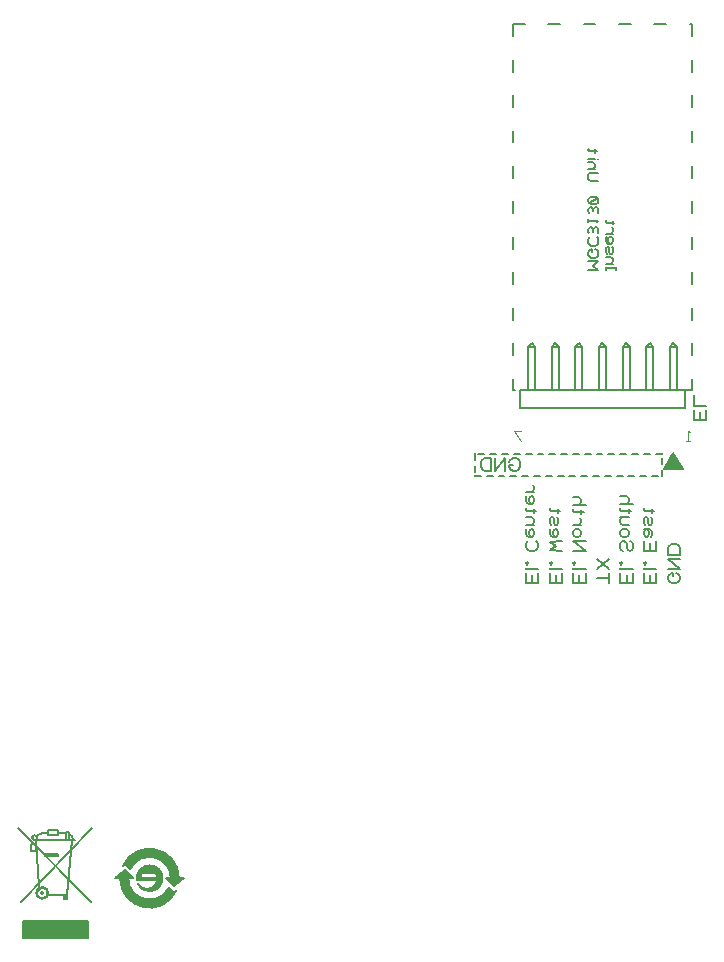
<source format=gbr>
G04 GENERATED BY PULSONIX 7.0 GERBER.DLL 4573*
%INHILLSTAR_95X60_4LAYER_EL_V1_0_2*%
%LNGERBER_SILKSCREEN_BOTTOM*%
%FSLAX33Y33*%
%IPPOS*%
%LPD*%
%OFA0B0*%
%MOMM*%
%ADD15C,0.125*%
%ADD17C,0.200*%
%ADD71C,0.127*%
%ADD78C,0.203*%
%ADD345C,0.150*%
X0Y0D02*
D02*
D15*
X123416Y131277D02*
X122827Y132159D01*
X123416*
X137669Y131277D02*
X137374Y131277D01*
X137522D02*
X137522Y132159D01*
X137669Y132012*
D02*
D17*
X80841Y98506D02*
X86951Y92216D01*
X82201Y97906D02*
G75*
G02Y97486J-210D01*
G01*
G75*
G02Y97906J210*
G01*
G36*
G75*
G02Y97486J-210*
G01*
G75*
G02Y97906J210*
G01*
G37*
X82351Y97506D02*
X82621Y93476D01*
X82361Y97116D02*
X81891D01*
Y96576*
X82361*
Y97116*
X82851Y93146D02*
G75*
G02Y92886J-130D01*
G01*
G75*
G02Y93146J130*
G01*
G36*
G75*
G02Y92886J-130*
G01*
G75*
G02Y93146J130*
G01*
G37*
Y93526D02*
G75*
G02Y92506J-510D01*
G01*
G75*
G02Y93526J510*
G01*
Y93466D02*
G75*
G02Y92566J-450D01*
G01*
G75*
G02Y93466J450*
G01*
X82341Y93016D02*
G36*
G75*
G03X82851Y92506I510D01*
G01*
G75*
G03X83361Y93016J510*
G01*
X83301*
G75*
G02X82851Y92566I-450*
G01*
G75*
G02X82401Y93016J450*
G01*
X82341*
G37*
X82401D02*
G36*
G75*
G02X82851Y93466I450D01*
G01*
G75*
G02X83301Y93016J-450*
G01*
X83361*
G75*
G03X82851Y93526I-510*
G01*
G75*
G03X82341Y93016J-510*
G01*
X82401*
G37*
X83331Y98116D02*
G75*
G03X82351Y97856I-74J-1698D01*
G01*
X84161Y96316D02*
X83071D01*
Y96106*
X84161*
Y96316*
G36*
X83071*
Y96106*
X84161*
Y96316*
G37*
Y98336D02*
X83331D01*
Y97936*
X84161*
Y98336*
X84831Y98086D02*
X84161Y98126D01*
X84941Y92816D02*
X84721D01*
Y92506*
X84941*
Y92816*
G36*
X84721*
Y92506*
X84941*
Y92816*
G37*
X84971Y92876D02*
X83331D01*
X85111Y98186D02*
X84851D01*
Y97506*
X85111*
Y98186*
X85341Y97506D02*
X84971Y92876D01*
X85481Y97526D02*
Y97536D01*
G75*
G03X85111Y98006I-536J-41*
G01*
X85641Y97506D02*
X82151D01*
X86751Y90596D02*
X81231D01*
Y89206*
X86751*
Y90596*
G36*
X81231*
Y89206*
X86751*
Y90596*
G37*
X87081Y98506D02*
X81061Y92216D01*
X92601Y94002D02*
Y94104D01*
X90859*
G75*
G02X91941Y95348I1081J152*
G01*
G75*
G02Y93164J-1092*
G01*
G75*
G02X90927Y93774I-56J1054*
G01*
X90950*
G75*
G03X92601Y94002I774J487*
G01*
X92576Y94307D02*
G75*
G03X91204I-686D01*
G01*
X92576*
X90922Y94650D02*
G36*
G75*
G03X90859Y94104I1018J-394D01*
G01*
X92601*
Y94002*
G75*
G02X90950Y93774I-877J259*
G01*
X90927*
G75*
G03X91941Y93164I958J444*
G01*
G75*
G03X92959Y94650J1092*
G01*
X92484*
G75*
G02X92576Y94307I-594J-343*
G01*
X91204*
G75*
G02X91296Y94650I686*
G01*
X90922*
G37*
X91296D02*
G36*
G75*
G02X92484I594J-343D01*
G01*
X92959*
G75*
G03X90922I-1018J-394*
G01*
X91296*
G37*
X135291Y130156D02*
X134791D01*
X134291D02*
X133791D01*
X133291D02*
X132791D01*
X132291D02*
X131791D01*
X131291D02*
X130791D01*
X130291D02*
X129791D01*
X129291D02*
X128791D01*
X128291D02*
X127791D01*
X127291D02*
X126791D01*
X126291D02*
X125791D01*
X125291D02*
X124791D01*
X124291D02*
X123791D01*
X123291D02*
X122791D01*
X122291D02*
X121791D01*
X121291D02*
X120791D01*
X120291D02*
X119791D01*
X119491D03*
Y129656D01*
Y129156D02*
Y128656D01*
Y128356D03*
X119991D01*
X120491D02*
X120991D01*
X121491D02*
X121991D01*
X122491D02*
X122991D01*
X123491D02*
X123991D01*
X124491D02*
X124991D01*
X125491D02*
X125991D01*
X126491D02*
X126991D01*
X127491D02*
X127991D01*
X128491D02*
X128991D01*
X129491D02*
X129991D01*
X130491D02*
X130991D01*
X131491D02*
X131991D01*
X132491D02*
X132991D01*
X133491D02*
X133991D01*
X134491D02*
X134991D01*
X135291D03*
Y128856D01*
Y129356D02*
Y129856D01*
Y130156D03*
X136291Y130281D02*
X137091Y128881D01*
X135491*
X136291Y130281*
G36*
X137091Y128881*
X135491*
X136291Y130281*
G37*
X137891Y135556D02*
X136891D01*
X134891D02*
X133891D01*
X131891D02*
X130891D01*
X128891D02*
X127891D01*
X125891D02*
X124891D01*
X122891D02*
X122691D01*
Y136556*
Y138556D02*
Y139556D01*
Y141556D02*
Y142556D01*
Y144556D02*
Y145556D01*
Y147556D02*
Y148556D01*
Y150556D02*
Y151556D01*
Y153556D02*
Y154556D01*
Y156556D02*
Y157556D01*
Y159556D02*
Y160556D01*
Y162556D02*
Y163556D01*
Y165556D02*
Y166556D01*
X123691*
X125691D02*
X126691D01*
X128691D02*
X129691D01*
X131691D02*
X132691D01*
X134691D02*
X135691D01*
X137691D02*
X137891D01*
Y165556*
Y163556D02*
Y162556D01*
Y160556D02*
Y159556D01*
Y157556D02*
Y156556D01*
Y154556D02*
Y153556D01*
Y151556D02*
Y150556D01*
Y148556D02*
Y147556D01*
Y145556D02*
Y144556D01*
Y142556D02*
Y141556D01*
Y139556D02*
Y138556D01*
Y136556D02*
Y135556D01*
D02*
D71*
X123986D02*
Y139251D01*
X124291Y139556*
X124595Y135556D02*
Y139251D01*
X124291Y139556*
X124595Y139251D02*
X123986D01*
X125986Y135556D02*
Y139251D01*
X126291Y139556*
X126595Y135556D02*
Y139251D01*
X126291Y139556*
X126595Y139251D02*
X125986D01*
X127986Y135556D02*
Y139251D01*
X128291Y139556*
X128595Y135556D02*
Y139251D01*
X128291Y139556*
X128595Y139251D02*
X127986D01*
X129986Y135556D02*
Y139251D01*
X130291Y139556*
X130595Y135556D02*
Y139251D01*
X130291Y139556*
X130595Y139251D02*
X129986D01*
X131986Y135556D02*
Y139251D01*
X132291Y139556*
X132595Y135556D02*
Y139251D01*
X132291Y139556*
X132595Y139251D02*
X131986D01*
X133986Y135556D02*
Y139251D01*
X134291Y139556*
X134595Y135556D02*
Y139251D01*
X134291Y139556*
X134595Y139251D02*
X133986D01*
X135986Y135556D02*
Y139251D01*
X136291Y139556*
X136595Y135556D02*
Y139251D01*
X136291Y139556*
X136595Y139251D02*
X135986D01*
D02*
D78*
X123291Y134056D02*
Y135556D01*
X137291*
Y134056*
X123291*
D02*
D345*
X90326Y95059D02*
X89883Y95501D01*
X89695Y95313*
X89681Y95301*
G75*
G02X94430Y94256I2260J-1045*
G01*
X94836*
X94023Y93570*
X93338Y94256*
X93744*
G75*
G03X90326Y95059I-1803*
G01*
G36*
X89883Y95501*
X89695Y95313*
X89681Y95301*
G75*
G02X94430Y94256I2260J-1045*
G01*
X94836*
X94023Y93570*
X93338Y94256*
X93744*
G75*
G03X90326Y95059I-1803*
G01*
G37*
X93556Y93454D02*
X93998Y93012D01*
X94186Y93200*
X94200Y93211*
G75*
G02X89451Y94256I-2260J1045*
G01*
X89045*
X89858Y94942*
X90544Y94256*
X90137*
G75*
G03X93556Y93454I1804*
G01*
G36*
X93998Y93012*
X94186Y93200*
X94200Y93211*
G75*
G02X89451Y94256I-2260J1045*
G01*
X89045*
X89858Y94942*
X90544Y94256*
X90137*
G75*
G03X93556Y93454I1804*
G01*
G37*
X122673Y129212D02*
X122408Y129212D01*
Y129124*
X122497Y128947*
X122585Y128859*
X122761Y128771*
X122938*
X123114Y128859*
X123202Y128947*
X123291Y129124*
Y129477*
X123202Y129653*
X123114Y129742*
X122938Y129830*
X122761*
X122585Y129742*
X122497Y129653*
X122408Y129477*
X122076Y128771D02*
X122076Y129830D01*
X121193Y128771*
Y129830*
X120861Y128771D02*
X120861Y129830D01*
X120331*
X120155Y129742*
X120067Y129653*
X119978Y129477*
Y129124*
X120067Y128947*
X120155Y128859*
X120331Y128771*
X120861*
X123805Y119231D02*
X124864Y119231D01*
Y120114*
X124335Y119937D02*
X124335Y119231D01*
X123805D02*
X123805Y120114D01*
Y120534D02*
X123805Y120446D01*
X124864*
X123805Y120909D02*
X123894Y120998D01*
X123982Y120909*
X123894Y120821*
X123805Y120909*
X123982Y122814D02*
X123894Y122725D01*
X123805Y122549*
Y122284*
X123894Y122108*
X123982Y122019*
X124158Y121931*
X124511*
X124688Y122019*
X124776Y122108*
X124864Y122284*
Y122549*
X124776Y122725*
X124688Y122814*
X123894Y123852D02*
X123805Y123764D01*
Y123587*
Y123411*
X123894Y123234*
X124070Y123146*
X124335*
X124423Y123234*
X124511Y123411*
Y123587*
X124423Y123764*
X124335Y123852*
X124247*
X124158Y123764*
X124070Y123587*
Y123411*
X124158Y123234*
X124247Y123146*
X123805Y124166D02*
X124511Y124166D01*
X124247D02*
X124423Y124254D01*
X124511Y124431*
Y124607*
X124423Y124784*
X124247Y124872*
X123805*
X124511Y125186D02*
X124511Y125539D01*
X124688Y125363D02*
X123894Y125363D01*
X123805Y125451*
Y125539*
X123894Y125627*
Y126642D02*
X123805Y126554D01*
Y126377*
Y126201*
X123894Y126024*
X124070Y125936*
X124335*
X124423Y126024*
X124511Y126201*
Y126377*
X124423Y126554*
X124335Y126642*
X124247*
X124158Y126554*
X124070Y126377*
Y126201*
X124158Y126024*
X124247Y125936*
X123805Y126956D02*
X124511Y126956D01*
X124247D02*
X124423Y127044D01*
X124511Y127221*
Y127397*
X124423Y127574*
X125805Y119231D02*
X126864Y119231D01*
Y120114*
X126335Y119937D02*
X126335Y119231D01*
X125805D02*
X125805Y120114D01*
Y120534D02*
X125805Y120446D01*
X126864*
X125805Y120909D02*
X125894Y120998D01*
X125982Y120909*
X125894Y120821*
X125805Y120909*
X126864Y121931D02*
X125805Y122019D01*
X126335Y122372*
X125805Y122725*
X126864Y122814*
X125894Y123852D02*
X125805Y123764D01*
Y123587*
Y123411*
X125894Y123234*
X126070Y123146*
X126335*
X126423Y123234*
X126511Y123411*
Y123587*
X126423Y123764*
X126335Y123852*
X126247*
X126158Y123764*
X126070Y123587*
Y123411*
X126158Y123234*
X126247Y123146*
X125894Y124166D02*
X125805Y124343D01*
Y124696*
X125894Y124872*
X126070*
X126158Y124696*
Y124343*
X126247Y124166*
X126423*
X126511Y124343*
Y124696*
X126423Y124872*
X126511Y125186D02*
X126511Y125539D01*
X126688Y125363D02*
X125894Y125363D01*
X125805Y125451*
Y125539*
X125894Y125627*
X127805Y119231D02*
X128864Y119231D01*
Y120114*
X128335Y119937D02*
X128335Y119231D01*
X127805D02*
X127805Y120114D01*
Y120534D02*
X127805Y120446D01*
X128864*
X127805Y120909D02*
X127894Y120998D01*
X127982Y120909*
X127894Y120821*
X127805Y120909*
Y121931D02*
X128864Y121931D01*
X127805Y122814*
X128864*
X128070Y123146D02*
X127894Y123234D01*
X127805Y123411*
Y123587*
X127894Y123764*
X128070Y123852*
X128247*
X128423Y123764*
X128511Y123587*
Y123411*
X128423Y123234*
X128247Y123146*
X128070*
X127805Y124166D02*
X128511Y124166D01*
X128247D02*
X128423Y124254D01*
X128511Y124431*
Y124607*
X128423Y124784*
X128511Y125096D02*
X128511Y125449D01*
X128688Y125273D02*
X127894Y125273D01*
X127805Y125361*
Y125449*
X127894Y125537*
X127805Y125846D02*
X128864Y125846D01*
X128247D02*
X128423Y125934D01*
X128511Y126111*
Y126287*
X128423Y126464*
X128247Y126552*
X127805*
X129805Y119672D02*
X130864Y119672D01*
Y119231D02*
X130864Y120114D01*
X129805Y120446D02*
X130864Y121329D01*
Y120446D02*
X129805Y121329D01*
X130561Y145756D02*
X130561Y146050D01*
Y145903D02*
X131444Y145903D01*
Y145756D02*
X131444Y146050D01*
X130561Y146294D02*
X131149Y146294D01*
X130929D02*
X131076Y146367D01*
X131149Y146514*
Y146661*
X131076Y146808*
X130929Y146882*
X130561*
X130635Y147144D02*
X130561Y147291D01*
Y147585*
X130635Y147732*
X130782*
X130855Y147585*
Y147291*
X130929Y147144*
X131076*
X131149Y147291*
Y147585*
X131076Y147732*
X130635Y148582D02*
X130561Y148508D01*
Y148361*
Y148214*
X130635Y148067*
X130782Y147994*
X131002*
X131076Y148067*
X131149Y148214*
Y148361*
X131076Y148508*
X131002Y148582*
X130929*
X130855Y148508*
X130782Y148361*
Y148214*
X130855Y148067*
X130929Y147994*
X130561Y148844D02*
X131149Y148844D01*
X130929D02*
X131076Y148917D01*
X131149Y149064*
Y149211*
X131076Y149358*
X131149Y149619D02*
X131149Y149913D01*
X131297Y149766D02*
X130635Y149766D01*
X130561Y149839*
Y149913*
X130635Y149986*
X129061Y145756D02*
X129944Y145756D01*
X129502Y146124*
X129944Y146492*
X129061*
X129429Y147283D02*
X129429Y147504D01*
X129355*
X129208Y147431*
X129135Y147357*
X129061Y147210*
Y147063*
X129135Y146916*
X129208Y146842*
X129355Y146769*
X129649*
X129797Y146842*
X129870Y146916*
X129944Y147063*
Y147210*
X129870Y147357*
X129797Y147431*
X129649Y147504*
X129208Y148517D02*
X129135Y148443D01*
X129061Y148296*
Y148075*
X129135Y147928*
X129208Y147855*
X129355Y147781*
X129649*
X129797Y147855*
X129870Y147928*
X129944Y148075*
Y148296*
X129870Y148443*
X129797Y148517*
X129135Y148867D02*
X129061Y149014D01*
Y149161*
X129135Y149308*
X129282Y149382*
X129429Y149308*
X129502Y149161*
Y149014*
Y149161D02*
X129576Y149308D01*
X129723Y149382*
X129870Y149308*
X129944Y149161*
Y149014*
X129870Y148867*
X129061Y149791D02*
X129061Y150085D01*
Y149938D02*
X129944Y149938D01*
X129797Y149791*
X129135Y150567D02*
X129061Y150714D01*
Y150861*
X129135Y151008*
X129282Y151082*
X129429Y151008*
X129502Y150861*
Y150714*
Y150861D02*
X129576Y151008D01*
X129723Y151082*
X129870Y151008*
X129944Y150861*
Y150714*
X129870Y150567*
X129135Y151417D02*
X129061Y151564D01*
Y151711*
X129135Y151858*
X129282Y151932*
X129723*
X129870Y151858*
X129944Y151711*
Y151564*
X129870Y151417*
X129723Y151344*
X129282*
X129135Y151417*
X129870Y151858*
X129944Y153269D02*
X129282Y153269D01*
X129135Y153342*
X129061Y153489*
Y153783*
X129135Y153931*
X129282Y154004*
X129944*
X129061Y154281D02*
X129649Y154281D01*
X129429D02*
X129576Y154355D01*
X129649Y154502*
Y154649*
X129576Y154796*
X129429Y154869*
X129061*
Y155131D02*
X129649Y155131D01*
X129870D02*
X129871Y155132D01*
X129649Y155669D02*
X129649Y155963D01*
X129797Y155816D02*
X129135Y155816D01*
X129061Y155889*
Y155963*
X129135Y156036*
X131805Y119231D02*
X132864Y119231D01*
Y120114*
X132335Y119937D02*
X132335Y119231D01*
X131805D02*
X131805Y120114D01*
Y120534D02*
X131805Y120446D01*
X132864*
X131805Y120909D02*
X131894Y120998D01*
X131982Y120909*
X131894Y120821*
X131805Y120909*
X132070Y121931D02*
X131894Y122019D01*
X131805Y122196*
Y122549*
X131894Y122725*
X132070Y122814*
X132247Y122725*
X132335Y122549*
Y122196*
X132423Y122019*
X132599Y121931*
X132776Y122019*
X132864Y122196*
Y122549*
X132776Y122725*
X132599Y122814*
X132070Y123146D02*
X131894Y123234D01*
X131805Y123411*
Y123587*
X131894Y123764*
X132070Y123852*
X132247*
X132423Y123764*
X132511Y123587*
Y123411*
X132423Y123234*
X132247Y123146*
X132070*
X132511Y124166D02*
X132070Y124166D01*
X131894Y124254*
X131805Y124431*
Y124607*
X131894Y124784*
X132070Y124872*
X132511D02*
X131805Y124872D01*
X132511Y125186D02*
X132511Y125539D01*
X132688Y125363D02*
X131894Y125363D01*
X131805Y125451*
Y125539*
X131894Y125627*
X131805Y125936D02*
X132864Y125936D01*
X132247D02*
X132423Y126024D01*
X132511Y126201*
Y126377*
X132423Y126554*
X132247Y126642*
X131805*
X133805Y119231D02*
X134864Y119231D01*
Y120114*
X134335Y119937D02*
X134335Y119231D01*
X133805D02*
X133805Y120114D01*
Y120534D02*
X133805Y120446D01*
X134864*
X133805Y120909D02*
X133894Y120998D01*
X133982Y120909*
X133894Y120821*
X133805Y120909*
Y121931D02*
X134864Y121931D01*
Y122814*
X134335Y122637D02*
X134335Y121931D01*
X133805D02*
X133805Y122814D01*
X134423Y123146D02*
X134511Y123323D01*
Y123587*
X134423Y123764*
X134247Y123852*
X133982*
X133894Y123764*
X133805Y123587*
Y123411*
X133894Y123234*
X133982Y123146*
X134070*
X134158Y123234*
X134247Y123411*
Y123587*
X134158Y123764*
X134070Y123852*
X133982D02*
X133805Y123852D01*
X133894Y124166D02*
X133805Y124343D01*
Y124696*
X133894Y124872*
X134070*
X134158Y124696*
Y124343*
X134247Y124166*
X134423*
X134511Y124343*
Y124696*
X134423Y124872*
X134511Y125186D02*
X134511Y125539D01*
X134688Y125363D02*
X133894Y125363D01*
X133805Y125451*
Y125539*
X133894Y125627*
X136247Y119849D02*
X136247Y120114D01*
X136158*
X135982Y120025*
X135894Y119937*
X135805Y119761*
Y119584*
X135894Y119408*
X135982Y119319*
X136158Y119231*
X136511*
X136688Y119319*
X136776Y119408*
X136864Y119584*
Y119761*
X136776Y119937*
X136688Y120025*
X136511Y120114*
X135805Y120446D02*
X136864Y120446D01*
X135805Y121329*
X136864*
X135805Y121661D02*
X136864Y121661D01*
Y122191*
X136776Y122367*
X136688Y122455*
X136511Y122544*
X136158*
X135982Y122455*
X135894Y122367*
X135805Y122191*
Y121661*
X138005Y133056D02*
X139064Y133056D01*
Y133939*
X138535Y133762D02*
X138535Y133056D01*
X138005D02*
X138005Y133939D01*
X139064Y134271D02*
X138005Y134271D01*
Y135154*
X0Y0D02*
M02*

</source>
